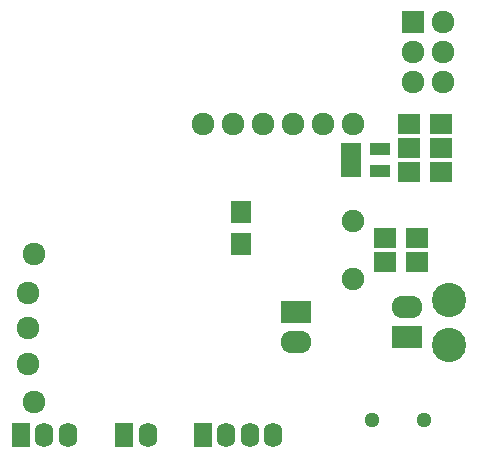
<source format=gbs>
G04 #@! TF.FileFunction,Soldermask,Bot*
%FSLAX46Y46*%
G04 Gerber Fmt 4.6, Leading zero omitted, Abs format (unit mm)*
G04 Created by KiCad (PCBNEW 4.0.2+e4-6225~38~ubuntu14.04.1-stable) date Sat Jul  9 19:21:58 2016*
%MOMM*%
G01*
G04 APERTURE LIST*
%ADD10C,0.150000*%
%ADD11R,1.598880X2.099260*%
%ADD12O,1.598880X2.099260*%
%ADD13C,1.299160*%
%ADD14R,1.700000X1.050000*%
%ADD15R,1.924000X1.924000*%
%ADD16C,1.924000*%
%ADD17C,2.899360*%
%ADD18R,2.599640X1.924000*%
%ADD19O,2.599640X1.924000*%
%ADD20R,1.900000X1.700000*%
%ADD21R,1.700000X1.900000*%
%ADD22C,1.901140*%
G04 APERTURE END LIST*
D10*
D11*
X17701260Y3175000D03*
D12*
X19700240Y3175000D03*
X21701760Y3175000D03*
X23700740Y3175000D03*
D11*
X11064240Y3175000D03*
D12*
X13065760Y3175000D03*
D13*
X32090360Y4406900D03*
X36489640Y4406900D03*
D14*
X30296000Y25466000D03*
X30296000Y26416000D03*
X30296000Y27366000D03*
X32696000Y27366000D03*
X32696000Y25466000D03*
D15*
X35560000Y38100000D03*
D16*
X38100000Y38100000D03*
X35560000Y35560000D03*
X38100000Y35560000D03*
X35560000Y33020000D03*
X38100000Y33020000D03*
D17*
X38608000Y14605000D03*
X38608000Y10795000D03*
D18*
X35052000Y11430000D03*
D19*
X35052000Y13970000D03*
D16*
X2900000Y9192000D03*
X2900000Y12192000D03*
X2900000Y15192000D03*
X3400000Y5942000D03*
X3400000Y18442000D03*
D11*
X2319020Y3175000D03*
D12*
X4318000Y3175000D03*
X6316980Y3175000D03*
D20*
X37926000Y27432000D03*
X35226000Y27432000D03*
X37926000Y29464000D03*
X35226000Y29464000D03*
D21*
X20955000Y19351000D03*
X20955000Y22051000D03*
D20*
X37926000Y25400000D03*
X35226000Y25400000D03*
X35894000Y17780000D03*
X33194000Y17780000D03*
X35894000Y19812000D03*
X33194000Y19812000D03*
D16*
X30480000Y29464000D03*
X27940000Y29464000D03*
X25400000Y29464000D03*
X22860000Y29464000D03*
X20320000Y29464000D03*
X17780000Y29464000D03*
D22*
X30480000Y16355060D03*
X30480000Y21236940D03*
D18*
X25654000Y13589000D03*
D19*
X25654000Y11049000D03*
M02*

</source>
